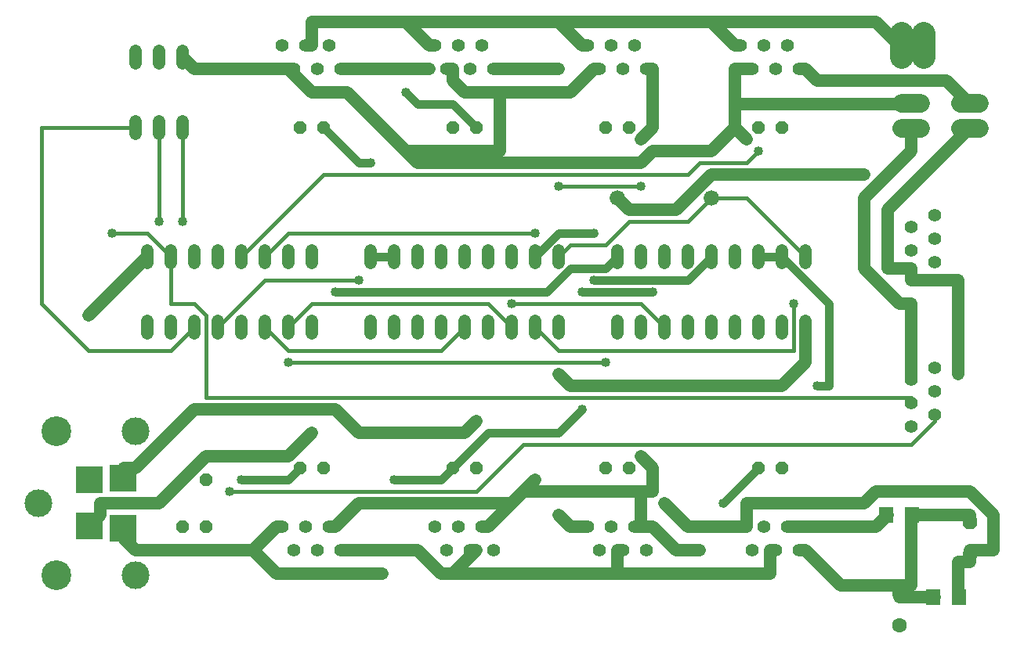
<source format=gbl>
G75*
G70*
%OFA0B0*%
%FSLAX24Y24*%
%IPPOS*%
%LPD*%
%AMOC8*
5,1,8,0,0,1.08239X$1,22.5*
%
%ADD10C,0.0520*%
%ADD11C,0.0554*%
%ADD12OC8,0.0520*%
%ADD13C,0.0660*%
%ADD14C,0.0787*%
%ADD15C,0.1181*%
%ADD16C,0.1266*%
%ADD17R,0.1181X0.1181*%
%ADD18C,0.1000*%
%ADD19R,0.0630X0.0709*%
%ADD20OC8,0.0630*%
%ADD21C,0.0630*%
%ADD22C,0.0540*%
%ADD23C,0.0400*%
%ADD24C,0.0360*%
%ADD25C,0.0180*%
D10*
X005605Y014952D02*
X005605Y015472D01*
X006605Y015472D02*
X006605Y014952D01*
X007605Y014952D02*
X007605Y015472D01*
X008605Y015472D02*
X008605Y014952D01*
X009605Y014952D02*
X009605Y015472D01*
X010605Y015472D02*
X010605Y014952D01*
X011605Y014952D02*
X011605Y015472D01*
X012605Y015472D02*
X012605Y014952D01*
X015105Y014952D02*
X015105Y015472D01*
X016105Y015472D02*
X016105Y014952D01*
X017105Y014952D02*
X017105Y015472D01*
X018105Y015472D02*
X018105Y014952D01*
X019105Y014952D02*
X019105Y015472D01*
X020105Y015472D02*
X020105Y014952D01*
X021105Y014952D02*
X021105Y015472D01*
X022105Y015472D02*
X022105Y014952D01*
X023105Y014952D02*
X023105Y015472D01*
X025605Y015472D02*
X025605Y014952D01*
X026605Y014952D02*
X026605Y015472D01*
X027605Y015472D02*
X027605Y014952D01*
X028605Y014952D02*
X028605Y015472D01*
X029605Y015472D02*
X029605Y014952D01*
X030605Y014952D02*
X030605Y015472D01*
X031605Y015472D02*
X031605Y014952D01*
X032605Y014952D02*
X032605Y015472D01*
X033605Y015472D02*
X033605Y014952D01*
X033605Y017952D02*
X033605Y018472D01*
X032605Y018472D02*
X032605Y017952D01*
X031605Y017952D02*
X031605Y018472D01*
X030605Y018472D02*
X030605Y017952D01*
X029605Y017952D02*
X029605Y018472D01*
X028605Y018472D02*
X028605Y017952D01*
X027605Y017952D02*
X027605Y018472D01*
X026605Y018472D02*
X026605Y017952D01*
X025605Y017952D02*
X025605Y018472D01*
X023105Y018472D02*
X023105Y017952D01*
X022105Y017952D02*
X022105Y018472D01*
X021105Y018472D02*
X021105Y017952D01*
X020105Y017952D02*
X020105Y018472D01*
X019105Y018472D02*
X019105Y017952D01*
X018105Y017952D02*
X018105Y018472D01*
X017105Y018472D02*
X017105Y017952D01*
X016105Y017952D02*
X016105Y018472D01*
X015105Y018472D02*
X015105Y017952D01*
X012605Y017952D02*
X012605Y018472D01*
X011605Y018472D02*
X011605Y017952D01*
X010605Y017952D02*
X010605Y018472D01*
X009605Y018472D02*
X009605Y017952D01*
X008605Y017952D02*
X008605Y018472D01*
X007605Y018472D02*
X007605Y017952D01*
X006605Y017952D02*
X006605Y018472D01*
X005605Y018472D02*
X005605Y017952D01*
X006105Y023452D02*
X006105Y023972D01*
X007105Y023972D02*
X007105Y023452D01*
X005105Y023452D02*
X005105Y023972D01*
X005105Y026452D02*
X005105Y026972D01*
X006105Y026972D02*
X006105Y026452D01*
X007105Y026452D02*
X007105Y026972D01*
D11*
X011355Y027212D03*
X012355Y027212D03*
X013355Y027212D03*
X013855Y026212D03*
X012855Y026212D03*
X011855Y026212D03*
X017855Y027212D03*
X018855Y027212D03*
X019855Y027212D03*
X020355Y026212D03*
X019355Y026212D03*
X018355Y026212D03*
X024355Y027212D03*
X025355Y027212D03*
X026355Y027212D03*
X026855Y026212D03*
X025855Y026212D03*
X024855Y026212D03*
X030855Y027212D03*
X031855Y027212D03*
X032855Y027212D03*
X033355Y026212D03*
X032355Y026212D03*
X031355Y026212D03*
X039105Y019962D03*
X038105Y019462D03*
X039105Y018962D03*
X038105Y018462D03*
X039105Y017962D03*
X038105Y017462D03*
X039105Y013462D03*
X038105Y012962D03*
X039105Y012462D03*
X038105Y011962D03*
X039105Y011462D03*
X038105Y010962D03*
X032855Y006712D03*
X031855Y006712D03*
X030855Y006712D03*
X031355Y005712D03*
X032355Y005712D03*
X033355Y005712D03*
X026855Y005712D03*
X025855Y005712D03*
X024855Y005712D03*
X025355Y006712D03*
X026355Y006712D03*
X024355Y006712D03*
X020355Y005712D03*
X019355Y005712D03*
X018355Y005712D03*
X018855Y006712D03*
X019855Y006712D03*
X017855Y006712D03*
X013855Y005712D03*
X012855Y005712D03*
X011855Y005712D03*
X012355Y006712D03*
X013355Y006712D03*
X011355Y006712D03*
D12*
X012105Y009212D03*
X013105Y009212D03*
X008105Y008712D03*
X007105Y008712D03*
X007105Y006712D03*
X008105Y006712D03*
X018605Y009212D03*
X019605Y009212D03*
X025105Y009212D03*
X026105Y009212D03*
X031605Y009212D03*
X032605Y009212D03*
X032605Y023712D03*
X031605Y023712D03*
X026105Y023712D03*
X025105Y023712D03*
X019605Y023712D03*
X018605Y023712D03*
X013105Y023712D03*
X012105Y023712D03*
D13*
X025605Y020712D03*
X029605Y020712D03*
D14*
X037711Y023682D02*
X038498Y023682D01*
X038498Y024742D02*
X037711Y024742D01*
X040211Y024742D02*
X040998Y024742D01*
X040998Y023682D02*
X040211Y023682D01*
D15*
X005105Y010783D03*
X000971Y007712D03*
X005105Y004641D03*
D16*
X001758Y004641D03*
X001758Y010783D03*
D17*
X003136Y008696D03*
X004573Y008775D03*
X004573Y006649D03*
X003136Y006727D03*
D18*
X037700Y026712D02*
X037700Y027712D01*
X038635Y027712D02*
X038635Y026712D01*
D19*
X038156Y007212D03*
X037054Y007212D03*
X039054Y003712D03*
X040156Y003712D03*
D20*
X037605Y003912D03*
X040605Y006912D03*
D21*
X040605Y005512D03*
X037605Y002512D03*
D22*
X037605Y003712D02*
X037605Y003912D01*
X037605Y004212D01*
X038105Y004212D01*
X038105Y007212D01*
X038156Y007212D01*
X040605Y007212D01*
X040605Y006912D01*
X041605Y007212D02*
X041605Y005712D01*
X040605Y005712D01*
X040605Y005512D01*
X040605Y005212D01*
X040105Y005212D01*
X040105Y003712D01*
X040156Y003712D01*
X039105Y003712D02*
X039054Y003712D01*
X037605Y003712D01*
X037605Y004212D02*
X035105Y004212D01*
X033605Y005712D01*
X033355Y005712D01*
X032355Y005712D02*
X032105Y005712D01*
X032105Y004712D01*
X025605Y004712D01*
X018605Y004712D01*
X019605Y005712D01*
X019355Y005712D01*
X019855Y006712D02*
X020105Y006712D01*
X021105Y007712D01*
X014605Y007712D01*
X013605Y006712D01*
X013355Y006712D01*
X013855Y005712D02*
X017105Y005712D01*
X018105Y004712D01*
X018605Y004712D01*
X015605Y004712D02*
X011105Y004712D01*
X010105Y005712D01*
X005105Y005712D01*
X004605Y006212D01*
X004573Y006649D01*
X003605Y007212D02*
X003136Y006727D01*
X003605Y007212D02*
X003605Y007712D01*
X006105Y007712D01*
X007105Y008712D01*
X008105Y009712D01*
X011605Y009712D01*
X012605Y010712D01*
X013605Y011712D02*
X007605Y011712D01*
X005105Y009212D01*
X004605Y009212D01*
X004573Y008775D01*
X010105Y005712D02*
X011105Y006712D01*
X011355Y006712D01*
X014605Y010712D02*
X019105Y010712D01*
X019605Y011212D01*
X022105Y008712D02*
X021605Y008212D01*
X026605Y008212D01*
X026605Y006712D01*
X026355Y006712D01*
X026605Y006712D02*
X027105Y006712D01*
X028105Y005712D01*
X029105Y005712D01*
X028605Y006712D02*
X030855Y006712D01*
X031105Y006712D01*
X031105Y007712D01*
X036105Y007712D01*
X036605Y008212D01*
X040605Y008212D01*
X041605Y007212D01*
X037105Y007212D02*
X037054Y007212D01*
X037105Y007212D02*
X036605Y006712D01*
X032855Y006712D01*
X028605Y006712D02*
X027605Y007712D01*
X027105Y008212D02*
X026605Y008212D01*
X027105Y008212D02*
X027105Y009212D01*
X026605Y009712D01*
X023605Y006712D02*
X023105Y007212D01*
X023605Y006712D02*
X024355Y006712D01*
X025605Y005712D02*
X025855Y005712D01*
X025605Y005712D02*
X025605Y004712D01*
X021605Y008212D02*
X021105Y007712D01*
X023605Y012712D02*
X032605Y012712D01*
X033605Y013712D01*
X033605Y015212D01*
X036105Y017712D02*
X036105Y020712D01*
X038105Y022712D01*
X038105Y023682D01*
X038105Y023712D01*
X038105Y024712D02*
X038105Y024742D01*
X038105Y024712D02*
X030605Y024712D01*
X030605Y023712D01*
X029605Y022712D01*
X027105Y022712D01*
X026605Y022212D01*
X017105Y022212D01*
X016605Y022712D01*
X020605Y022712D01*
X020605Y025212D01*
X019105Y025212D01*
X018605Y025712D01*
X018605Y026212D01*
X018355Y026212D01*
X017605Y026212D02*
X013855Y026212D01*
X014105Y025212D02*
X012605Y025212D01*
X011605Y026212D01*
X011855Y026212D01*
X011605Y026212D02*
X007605Y026212D01*
X007105Y026712D01*
X012355Y027212D02*
X012605Y027212D01*
X012605Y028212D01*
X016605Y028212D01*
X023105Y028212D01*
X029605Y028212D01*
X036605Y028212D01*
X037605Y027212D01*
X037700Y027212D01*
X039605Y025712D02*
X040605Y024712D01*
X040605Y024742D01*
X040605Y023712D02*
X040605Y023682D01*
X040605Y023712D02*
X037105Y020212D01*
X037105Y017712D01*
X038105Y017712D01*
X038105Y017462D01*
X038105Y017212D01*
X040105Y017212D01*
X040105Y013212D01*
X038105Y012962D02*
X038105Y016212D01*
X037605Y016212D01*
X036105Y017712D01*
X036105Y021712D02*
X029605Y021712D01*
X028105Y020212D01*
X026105Y020212D01*
X025605Y020712D01*
X026605Y023212D02*
X027105Y023712D01*
X027105Y026212D01*
X026855Y026212D01*
X024855Y026212D02*
X024605Y026212D01*
X023605Y025212D01*
X020605Y025212D01*
X020355Y026212D02*
X023105Y026212D01*
X024105Y027212D02*
X024355Y027212D01*
X024105Y027212D02*
X023105Y028212D01*
X017855Y027212D02*
X017605Y027212D01*
X016605Y028212D01*
X014105Y025212D02*
X016605Y022712D01*
X005605Y018212D02*
X003105Y015712D01*
X013605Y011712D02*
X014605Y010712D01*
X023105Y013212D02*
X023605Y012712D01*
X031105Y023212D02*
X030605Y023712D01*
X030605Y024712D02*
X030605Y026212D01*
X031355Y026212D01*
X030855Y027212D02*
X030605Y027212D01*
X029605Y028212D01*
X033355Y026212D02*
X033605Y026212D01*
X034105Y025712D01*
X039605Y025712D01*
D23*
X036105Y021712D03*
X031605Y022712D03*
X031105Y023212D03*
X026605Y023212D03*
X026605Y021212D03*
X024605Y019212D03*
X022105Y019212D03*
X023105Y021212D03*
X024605Y017212D03*
X024105Y016712D03*
X021105Y016212D03*
X023105Y013212D03*
X024105Y011712D03*
X025105Y013712D03*
X027105Y016712D03*
X033105Y016212D03*
X034105Y012712D03*
X040105Y013212D03*
X030105Y007712D03*
X029105Y005712D03*
X027605Y007712D03*
X026605Y009712D03*
X023105Y007212D03*
X022105Y008712D03*
X019605Y011212D03*
X016105Y008712D03*
X014605Y010712D03*
X012605Y010712D03*
X009605Y008712D03*
X009105Y008212D03*
X015605Y004712D03*
X011605Y013712D03*
X013605Y016712D03*
X014605Y017212D03*
X015105Y022212D03*
X017105Y022212D03*
X016605Y025212D03*
X017605Y026212D03*
X023105Y026212D03*
X007105Y019712D03*
X006105Y019712D03*
X004105Y019212D03*
X003105Y015712D03*
D24*
X009605Y008712D02*
X011605Y008712D01*
X012105Y009212D01*
X016105Y008712D02*
X018105Y008712D01*
X018605Y009212D01*
X020105Y010712D01*
X023105Y010712D01*
X024105Y011712D01*
X030105Y007712D02*
X031605Y009212D01*
X034105Y012712D02*
X034605Y012712D01*
X034605Y016212D01*
X032605Y018212D01*
X031605Y018212D01*
X029605Y018212D02*
X028605Y017212D01*
X024605Y017212D01*
X025105Y017712D02*
X023605Y017712D01*
X022605Y016712D01*
X013605Y016712D01*
X015105Y018212D02*
X016105Y018212D01*
X015105Y022212D02*
X014605Y022212D01*
X013105Y023712D01*
X016605Y025212D02*
X017105Y024712D01*
X018605Y024712D01*
X019605Y023712D01*
X023105Y019212D02*
X024605Y019212D01*
X025605Y018212D02*
X025105Y017712D01*
X024105Y016712D02*
X027105Y016712D01*
X023105Y019212D02*
X022105Y018212D01*
D25*
X023105Y018212D02*
X023605Y018712D01*
X025105Y018712D01*
X026105Y019712D01*
X028605Y019712D01*
X029605Y020712D01*
X031105Y020712D01*
X033605Y018212D01*
X033105Y016212D02*
X033105Y014212D01*
X023105Y014212D01*
X022105Y015212D01*
X021105Y015212D02*
X020105Y016212D01*
X012605Y016212D01*
X011605Y015212D01*
X010605Y015212D02*
X011605Y014212D01*
X018105Y014212D01*
X019105Y015212D01*
X021105Y016212D02*
X026605Y016212D01*
X027605Y015212D01*
X025105Y013712D02*
X011605Y013712D01*
X008605Y015212D02*
X010605Y017212D01*
X014605Y017212D01*
X011605Y019212D02*
X022105Y019212D01*
X023105Y021212D02*
X026605Y021212D01*
X028605Y021712D02*
X029105Y022212D01*
X031105Y022212D01*
X031605Y022712D01*
X028605Y021712D02*
X013105Y021712D01*
X009605Y018212D01*
X010605Y018212D02*
X011605Y019212D01*
X008105Y015712D02*
X007605Y016212D01*
X006605Y016212D01*
X006605Y018212D01*
X005605Y019212D01*
X004105Y019212D01*
X006105Y019712D02*
X006105Y023712D01*
X007105Y023712D02*
X007105Y019712D01*
X008105Y015712D02*
X008105Y012212D01*
X038105Y012212D01*
X038105Y011962D01*
X039105Y011462D02*
X039105Y011212D01*
X038105Y010212D01*
X021605Y010212D01*
X019605Y008212D01*
X009105Y008212D01*
X006605Y014212D02*
X003105Y014212D01*
X001105Y016212D01*
X001105Y023712D01*
X005105Y023712D01*
X007605Y015212D02*
X006605Y014212D01*
M02*

</source>
